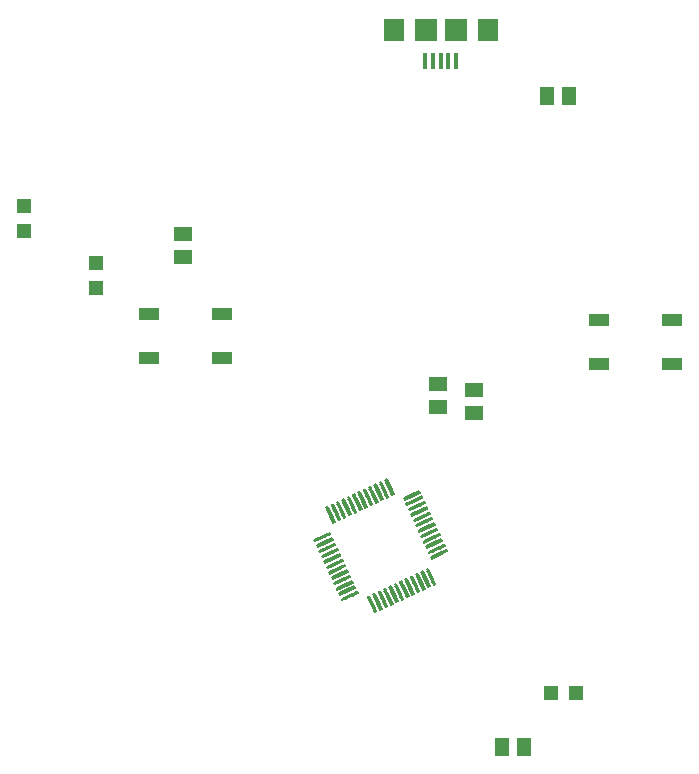
<source format=gbr>
G04 EAGLE Gerber RS-274X export*
G75*
%MOMM*%
%FSLAX34Y34*%
%LPD*%
%INSolderpaste Top*%
%IPPOS*%
%AMOC8*
5,1,8,0,0,1.08239X$1,22.5*%
G01*
%ADD10R,1.500000X1.300000*%
%ADD11R,1.300000X1.500000*%
%ADD12R,0.350000X1.400000*%
%ADD13R,1.800000X1.900000*%
%ADD14R,1.900000X1.900000*%
%ADD15R,1.200000X1.200000*%
%ADD16R,1.600000X1.300000*%
%ADD17R,1.300000X1.600000*%
%ADD18R,1.800000X1.100000*%
%ADD19C,0.140000*%


D10*
X406400Y390500D03*
X406400Y371500D03*
X375920Y395580D03*
X375920Y376580D03*
D11*
X429920Y88900D03*
X448920Y88900D03*
D12*
X391460Y669460D03*
X365460Y669460D03*
X384960Y669460D03*
X378460Y669460D03*
X371960Y669460D03*
D13*
X418460Y695960D03*
X338460Y695960D03*
D14*
X391160Y695960D03*
X365760Y695960D03*
D15*
X25400Y525440D03*
X25400Y546440D03*
D16*
X160020Y503580D03*
X160020Y522580D03*
D17*
X468020Y640080D03*
X487020Y640080D03*
D18*
X131560Y455380D03*
X193560Y455380D03*
X131560Y418380D03*
X193560Y418380D03*
X512560Y450300D03*
X574560Y450300D03*
X512560Y413300D03*
X574560Y413300D03*
D19*
X338553Y302448D02*
X337284Y301856D01*
X331283Y314724D01*
X332552Y315316D01*
X338553Y302448D01*
X338209Y303186D02*
X336664Y303186D01*
X336044Y304516D02*
X337589Y304516D01*
X336968Y305846D02*
X335423Y305846D01*
X334803Y307176D02*
X336348Y307176D01*
X335728Y308506D02*
X334183Y308506D01*
X333563Y309836D02*
X335108Y309836D01*
X334487Y311166D02*
X332942Y311166D01*
X332322Y312496D02*
X333867Y312496D01*
X333247Y313826D02*
X331702Y313826D01*
X332209Y315156D02*
X332627Y315156D01*
X334021Y300335D02*
X332752Y299743D01*
X326751Y312611D01*
X328020Y313203D01*
X334021Y300335D01*
X333677Y301073D02*
X332132Y301073D01*
X331512Y302403D02*
X333057Y302403D01*
X332436Y303733D02*
X330891Y303733D01*
X330271Y305063D02*
X331816Y305063D01*
X331196Y306393D02*
X329651Y306393D01*
X329031Y307723D02*
X330576Y307723D01*
X329955Y309053D02*
X328410Y309053D01*
X327790Y310383D02*
X329335Y310383D01*
X328715Y311713D02*
X327170Y311713D01*
X327677Y313043D02*
X328095Y313043D01*
X329490Y298221D02*
X328221Y297629D01*
X322220Y310497D01*
X323489Y311089D01*
X329490Y298221D01*
X329146Y298959D02*
X327601Y298959D01*
X326981Y300289D02*
X328526Y300289D01*
X327905Y301619D02*
X326360Y301619D01*
X325740Y302949D02*
X327285Y302949D01*
X326665Y304279D02*
X325120Y304279D01*
X324500Y305609D02*
X326045Y305609D01*
X325424Y306939D02*
X323879Y306939D01*
X323259Y308269D02*
X324804Y308269D01*
X324184Y309599D02*
X322639Y309599D01*
X323146Y310929D02*
X323564Y310929D01*
X324958Y296108D02*
X323689Y295516D01*
X317688Y308384D01*
X318957Y308976D01*
X324958Y296108D01*
X324614Y296846D02*
X323069Y296846D01*
X322449Y298176D02*
X323994Y298176D01*
X323373Y299506D02*
X321828Y299506D01*
X321208Y300836D02*
X322753Y300836D01*
X322133Y302166D02*
X320588Y302166D01*
X319968Y303496D02*
X321513Y303496D01*
X320892Y304826D02*
X319347Y304826D01*
X318727Y306156D02*
X320272Y306156D01*
X319652Y307486D02*
X318107Y307486D01*
X318614Y308816D02*
X319032Y308816D01*
X320427Y293995D02*
X319158Y293403D01*
X313157Y306271D01*
X314426Y306863D01*
X320427Y293995D01*
X320083Y294733D02*
X318538Y294733D01*
X317918Y296063D02*
X319463Y296063D01*
X318842Y297393D02*
X317297Y297393D01*
X316677Y298723D02*
X318222Y298723D01*
X317602Y300053D02*
X316057Y300053D01*
X315437Y301383D02*
X316982Y301383D01*
X316361Y302713D02*
X314816Y302713D01*
X314196Y304043D02*
X315741Y304043D01*
X315121Y305373D02*
X313576Y305373D01*
X314083Y306703D02*
X314501Y306703D01*
X315895Y291882D02*
X314626Y291290D01*
X308625Y304158D01*
X309894Y304750D01*
X315895Y291882D01*
X315551Y292620D02*
X314006Y292620D01*
X313386Y293950D02*
X314931Y293950D01*
X314310Y295280D02*
X312765Y295280D01*
X312145Y296610D02*
X313690Y296610D01*
X313070Y297940D02*
X311525Y297940D01*
X310905Y299270D02*
X312450Y299270D01*
X311829Y300600D02*
X310284Y300600D01*
X309664Y301930D02*
X311209Y301930D01*
X310589Y303260D02*
X309044Y303260D01*
X309551Y304590D02*
X309969Y304590D01*
X311364Y289769D02*
X310095Y289177D01*
X304094Y302045D01*
X305363Y302637D01*
X311364Y289769D01*
X311020Y290507D02*
X309475Y290507D01*
X308855Y291837D02*
X310400Y291837D01*
X309779Y293167D02*
X308234Y293167D01*
X307614Y294497D02*
X309159Y294497D01*
X308539Y295827D02*
X306994Y295827D01*
X306374Y297157D02*
X307919Y297157D01*
X307298Y298487D02*
X305753Y298487D01*
X305133Y299817D02*
X306678Y299817D01*
X306058Y301147D02*
X304513Y301147D01*
X305020Y302477D02*
X305438Y302477D01*
X306832Y287656D02*
X305563Y287064D01*
X299562Y299932D01*
X300831Y300524D01*
X306832Y287656D01*
X306488Y288394D02*
X304943Y288394D01*
X304323Y289724D02*
X305868Y289724D01*
X305247Y291054D02*
X303702Y291054D01*
X303082Y292384D02*
X304627Y292384D01*
X304007Y293714D02*
X302462Y293714D01*
X301842Y295044D02*
X303387Y295044D01*
X302766Y296374D02*
X301221Y296374D01*
X300601Y297704D02*
X302146Y297704D01*
X301526Y299034D02*
X299981Y299034D01*
X300488Y300364D02*
X300906Y300364D01*
X302301Y285543D02*
X301032Y284951D01*
X295031Y297819D01*
X296300Y298411D01*
X302301Y285543D01*
X301957Y286281D02*
X300412Y286281D01*
X299792Y287611D02*
X301337Y287611D01*
X300716Y288941D02*
X299171Y288941D01*
X298551Y290271D02*
X300096Y290271D01*
X299476Y291601D02*
X297931Y291601D01*
X297311Y292931D02*
X298856Y292931D01*
X298235Y294261D02*
X296690Y294261D01*
X296070Y295591D02*
X297615Y295591D01*
X296995Y296921D02*
X295450Y296921D01*
X295957Y298251D02*
X296375Y298251D01*
X297769Y283430D02*
X296500Y282838D01*
X290499Y295706D01*
X291768Y296298D01*
X297769Y283430D01*
X297425Y284168D02*
X295880Y284168D01*
X295260Y285498D02*
X296805Y285498D01*
X296184Y286828D02*
X294639Y286828D01*
X294019Y288158D02*
X295564Y288158D01*
X294944Y289488D02*
X293399Y289488D01*
X292779Y290818D02*
X294324Y290818D01*
X293703Y292148D02*
X292158Y292148D01*
X291538Y293478D02*
X293083Y293478D01*
X292463Y294808D02*
X290918Y294808D01*
X291425Y296138D02*
X291843Y296138D01*
X293238Y281317D02*
X291969Y280725D01*
X285968Y293593D01*
X287237Y294185D01*
X293238Y281317D01*
X292894Y282055D02*
X291349Y282055D01*
X290729Y283385D02*
X292274Y283385D01*
X291653Y284715D02*
X290108Y284715D01*
X289488Y286045D02*
X291033Y286045D01*
X290413Y287375D02*
X288868Y287375D01*
X288248Y288705D02*
X289793Y288705D01*
X289172Y290035D02*
X287627Y290035D01*
X287007Y291365D02*
X288552Y291365D01*
X287932Y292695D02*
X286387Y292695D01*
X286894Y294025D02*
X287312Y294025D01*
X288706Y279204D02*
X287437Y278612D01*
X281436Y291480D01*
X282705Y292072D01*
X288706Y279204D01*
X288362Y279942D02*
X286817Y279942D01*
X286197Y281272D02*
X287742Y281272D01*
X287121Y282602D02*
X285576Y282602D01*
X284956Y283932D02*
X286501Y283932D01*
X285881Y285262D02*
X284336Y285262D01*
X283716Y286592D02*
X285261Y286592D01*
X284640Y287922D02*
X283095Y287922D01*
X282475Y289252D02*
X284020Y289252D01*
X283400Y290582D02*
X281855Y290582D01*
X282362Y291912D02*
X282780Y291912D01*
X271424Y263972D02*
X272016Y262703D01*
X271424Y263972D02*
X284292Y269973D01*
X284884Y268704D01*
X272016Y262703D01*
X271555Y264033D02*
X274868Y264033D01*
X274407Y265363D02*
X277720Y265363D01*
X277259Y266693D02*
X280572Y266693D01*
X280111Y268023D02*
X283424Y268023D01*
X282963Y269353D02*
X284581Y269353D01*
X273537Y259440D02*
X274129Y258171D01*
X273537Y259440D02*
X286405Y265441D01*
X286997Y264172D01*
X274129Y258171D01*
X273668Y259501D02*
X276981Y259501D01*
X276520Y260831D02*
X279833Y260831D01*
X279372Y262161D02*
X282685Y262161D01*
X282224Y263491D02*
X285537Y263491D01*
X285076Y264821D02*
X286694Y264821D01*
X275651Y254909D02*
X276243Y253640D01*
X275651Y254909D02*
X288519Y260910D01*
X289111Y259641D01*
X276243Y253640D01*
X275782Y254970D02*
X279095Y254970D01*
X278634Y256300D02*
X281947Y256300D01*
X281486Y257630D02*
X284799Y257630D01*
X284338Y258960D02*
X287651Y258960D01*
X287190Y260290D02*
X288808Y260290D01*
X277764Y250377D02*
X278356Y249108D01*
X277764Y250377D02*
X290632Y256378D01*
X291224Y255109D01*
X278356Y249108D01*
X277895Y250438D02*
X281208Y250438D01*
X280747Y251768D02*
X284060Y251768D01*
X283599Y253098D02*
X286912Y253098D01*
X286451Y254428D02*
X289764Y254428D01*
X289303Y255758D02*
X290921Y255758D01*
X279877Y245846D02*
X280469Y244577D01*
X279877Y245846D02*
X292745Y251847D01*
X293337Y250578D01*
X280469Y244577D01*
X280008Y245907D02*
X283321Y245907D01*
X282860Y247237D02*
X286173Y247237D01*
X285712Y248567D02*
X289025Y248567D01*
X288564Y249897D02*
X291877Y249897D01*
X291416Y251227D02*
X293034Y251227D01*
X281990Y241314D02*
X282582Y240045D01*
X281990Y241314D02*
X294858Y247315D01*
X295450Y246046D01*
X282582Y240045D01*
X282121Y241375D02*
X285434Y241375D01*
X284973Y242705D02*
X288286Y242705D01*
X287825Y244035D02*
X291138Y244035D01*
X290677Y245365D02*
X293990Y245365D01*
X293529Y246695D02*
X295147Y246695D01*
X284103Y236783D02*
X284695Y235514D01*
X284103Y236783D02*
X296971Y242784D01*
X297563Y241515D01*
X284695Y235514D01*
X284234Y236844D02*
X287547Y236844D01*
X287086Y238174D02*
X290399Y238174D01*
X289938Y239504D02*
X293251Y239504D01*
X292790Y240834D02*
X296103Y240834D01*
X295642Y242164D02*
X297260Y242164D01*
X286216Y232251D02*
X286808Y230982D01*
X286216Y232251D02*
X299084Y238252D01*
X299676Y236983D01*
X286808Y230982D01*
X286347Y232312D02*
X289660Y232312D01*
X289199Y233642D02*
X292512Y233642D01*
X292051Y234972D02*
X295364Y234972D01*
X294903Y236302D02*
X298216Y236302D01*
X297755Y237632D02*
X299373Y237632D01*
X288329Y227720D02*
X288921Y226451D01*
X288329Y227720D02*
X301197Y233721D01*
X301789Y232452D01*
X288921Y226451D01*
X288460Y227781D02*
X291773Y227781D01*
X291312Y229111D02*
X294625Y229111D01*
X294164Y230441D02*
X297477Y230441D01*
X297016Y231771D02*
X300329Y231771D01*
X299868Y233101D02*
X301486Y233101D01*
X290442Y223188D02*
X291034Y221919D01*
X290442Y223188D02*
X303310Y229189D01*
X303902Y227920D01*
X291034Y221919D01*
X290573Y223249D02*
X293886Y223249D01*
X293425Y224579D02*
X296738Y224579D01*
X296277Y225909D02*
X299590Y225909D01*
X299129Y227239D02*
X302442Y227239D01*
X301981Y228569D02*
X303599Y228569D01*
X292555Y218657D02*
X293147Y217388D01*
X292555Y218657D02*
X305423Y224658D01*
X306015Y223389D01*
X293147Y217388D01*
X292686Y218718D02*
X295999Y218718D01*
X295538Y220048D02*
X298851Y220048D01*
X298390Y221378D02*
X301703Y221378D01*
X301242Y222708D02*
X304555Y222708D01*
X304094Y224038D02*
X305712Y224038D01*
X294668Y214125D02*
X295260Y212856D01*
X294668Y214125D02*
X307536Y220126D01*
X308128Y218857D01*
X295260Y212856D01*
X294799Y214186D02*
X298112Y214186D01*
X297651Y215516D02*
X300964Y215516D01*
X300503Y216846D02*
X303816Y216846D01*
X303355Y218176D02*
X306668Y218176D01*
X306207Y219506D02*
X307825Y219506D01*
X322768Y202844D02*
X324037Y203436D01*
X322768Y202844D02*
X316767Y215712D01*
X318036Y216304D01*
X324037Y203436D01*
X323693Y204174D02*
X322148Y204174D01*
X321528Y205504D02*
X323073Y205504D01*
X322452Y206834D02*
X320907Y206834D01*
X320287Y208164D02*
X321832Y208164D01*
X321212Y209494D02*
X319667Y209494D01*
X319047Y210824D02*
X320592Y210824D01*
X319971Y212154D02*
X318426Y212154D01*
X317806Y213484D02*
X319351Y213484D01*
X318731Y214814D02*
X317186Y214814D01*
X317693Y216144D02*
X318111Y216144D01*
X327300Y204957D02*
X328569Y205549D01*
X327300Y204957D02*
X321299Y217825D01*
X322568Y218417D01*
X328569Y205549D01*
X328225Y206287D02*
X326680Y206287D01*
X326060Y207617D02*
X327605Y207617D01*
X326984Y208947D02*
X325439Y208947D01*
X324819Y210277D02*
X326364Y210277D01*
X325744Y211607D02*
X324199Y211607D01*
X323579Y212937D02*
X325124Y212937D01*
X324503Y214267D02*
X322958Y214267D01*
X322338Y215597D02*
X323883Y215597D01*
X323263Y216927D02*
X321718Y216927D01*
X322225Y218257D02*
X322643Y218257D01*
X331831Y207071D02*
X333100Y207663D01*
X331831Y207071D02*
X325830Y219939D01*
X327099Y220531D01*
X333100Y207663D01*
X332756Y208401D02*
X331211Y208401D01*
X330591Y209731D02*
X332136Y209731D01*
X331515Y211061D02*
X329970Y211061D01*
X329350Y212391D02*
X330895Y212391D01*
X330275Y213721D02*
X328730Y213721D01*
X328110Y215051D02*
X329655Y215051D01*
X329034Y216381D02*
X327489Y216381D01*
X326869Y217711D02*
X328414Y217711D01*
X327794Y219041D02*
X326249Y219041D01*
X326756Y220371D02*
X327174Y220371D01*
X336363Y209184D02*
X337632Y209776D01*
X336363Y209184D02*
X330362Y222052D01*
X331631Y222644D01*
X337632Y209776D01*
X337288Y210514D02*
X335743Y210514D01*
X335123Y211844D02*
X336668Y211844D01*
X336047Y213174D02*
X334502Y213174D01*
X333882Y214504D02*
X335427Y214504D01*
X334807Y215834D02*
X333262Y215834D01*
X332642Y217164D02*
X334187Y217164D01*
X333566Y218494D02*
X332021Y218494D01*
X331401Y219824D02*
X332946Y219824D01*
X332326Y221154D02*
X330781Y221154D01*
X331288Y222484D02*
X331706Y222484D01*
X340894Y211297D02*
X342163Y211889D01*
X340894Y211297D02*
X334893Y224165D01*
X336162Y224757D01*
X342163Y211889D01*
X341819Y212627D02*
X340274Y212627D01*
X339654Y213957D02*
X341199Y213957D01*
X340578Y215287D02*
X339033Y215287D01*
X338413Y216617D02*
X339958Y216617D01*
X339338Y217947D02*
X337793Y217947D01*
X337173Y219277D02*
X338718Y219277D01*
X338097Y220607D02*
X336552Y220607D01*
X335932Y221937D02*
X337477Y221937D01*
X336857Y223267D02*
X335312Y223267D01*
X335819Y224597D02*
X336237Y224597D01*
X345426Y213410D02*
X346695Y214002D01*
X345426Y213410D02*
X339425Y226278D01*
X340694Y226870D01*
X346695Y214002D01*
X346351Y214740D02*
X344806Y214740D01*
X344186Y216070D02*
X345731Y216070D01*
X345110Y217400D02*
X343565Y217400D01*
X342945Y218730D02*
X344490Y218730D01*
X343870Y220060D02*
X342325Y220060D01*
X341705Y221390D02*
X343250Y221390D01*
X342629Y222720D02*
X341084Y222720D01*
X340464Y224050D02*
X342009Y224050D01*
X341389Y225380D02*
X339844Y225380D01*
X340351Y226710D02*
X340769Y226710D01*
X349957Y215523D02*
X351226Y216115D01*
X349957Y215523D02*
X343956Y228391D01*
X345225Y228983D01*
X351226Y216115D01*
X350882Y216853D02*
X349337Y216853D01*
X348717Y218183D02*
X350262Y218183D01*
X349641Y219513D02*
X348096Y219513D01*
X347476Y220843D02*
X349021Y220843D01*
X348401Y222173D02*
X346856Y222173D01*
X346236Y223503D02*
X347781Y223503D01*
X347160Y224833D02*
X345615Y224833D01*
X344995Y226163D02*
X346540Y226163D01*
X345920Y227493D02*
X344375Y227493D01*
X344882Y228823D02*
X345300Y228823D01*
X354489Y217636D02*
X355758Y218228D01*
X354489Y217636D02*
X348488Y230504D01*
X349757Y231096D01*
X355758Y218228D01*
X355414Y218966D02*
X353869Y218966D01*
X353249Y220296D02*
X354794Y220296D01*
X354173Y221626D02*
X352628Y221626D01*
X352008Y222956D02*
X353553Y222956D01*
X352933Y224286D02*
X351388Y224286D01*
X350768Y225616D02*
X352313Y225616D01*
X351692Y226946D02*
X350147Y226946D01*
X349527Y228276D02*
X351072Y228276D01*
X350452Y229606D02*
X348907Y229606D01*
X349414Y230936D02*
X349832Y230936D01*
X359020Y219749D02*
X360289Y220341D01*
X359020Y219749D02*
X353019Y232617D01*
X354288Y233209D01*
X360289Y220341D01*
X359945Y221079D02*
X358400Y221079D01*
X357780Y222409D02*
X359325Y222409D01*
X358704Y223739D02*
X357159Y223739D01*
X356539Y225069D02*
X358084Y225069D01*
X357464Y226399D02*
X355919Y226399D01*
X355299Y227729D02*
X356844Y227729D01*
X356223Y229059D02*
X354678Y229059D01*
X354058Y230389D02*
X355603Y230389D01*
X354983Y231719D02*
X353438Y231719D01*
X353945Y233049D02*
X354363Y233049D01*
X363552Y221862D02*
X364821Y222454D01*
X363552Y221862D02*
X357551Y234730D01*
X358820Y235322D01*
X364821Y222454D01*
X364477Y223192D02*
X362932Y223192D01*
X362312Y224522D02*
X363857Y224522D01*
X363236Y225852D02*
X361691Y225852D01*
X361071Y227182D02*
X362616Y227182D01*
X361996Y228512D02*
X360451Y228512D01*
X359831Y229842D02*
X361376Y229842D01*
X360755Y231172D02*
X359210Y231172D01*
X358590Y232502D02*
X360135Y232502D01*
X359515Y233832D02*
X357970Y233832D01*
X358477Y235162D02*
X358895Y235162D01*
X368083Y223975D02*
X369352Y224567D01*
X368083Y223975D02*
X362082Y236843D01*
X363351Y237435D01*
X369352Y224567D01*
X369008Y225305D02*
X367463Y225305D01*
X366843Y226635D02*
X368388Y226635D01*
X367767Y227965D02*
X366222Y227965D01*
X365602Y229295D02*
X367147Y229295D01*
X366527Y230625D02*
X364982Y230625D01*
X364362Y231955D02*
X365907Y231955D01*
X365286Y233285D02*
X363741Y233285D01*
X363121Y234615D02*
X364666Y234615D01*
X364046Y235945D02*
X362501Y235945D01*
X363008Y237275D02*
X363426Y237275D01*
X372615Y226088D02*
X373884Y226680D01*
X372615Y226088D02*
X366614Y238956D01*
X367883Y239548D01*
X373884Y226680D01*
X373540Y227418D02*
X371995Y227418D01*
X371375Y228748D02*
X372920Y228748D01*
X372299Y230078D02*
X370754Y230078D01*
X370134Y231408D02*
X371679Y231408D01*
X371059Y232738D02*
X369514Y232738D01*
X368894Y234068D02*
X370439Y234068D01*
X369818Y235398D02*
X368273Y235398D01*
X367653Y236728D02*
X369198Y236728D01*
X368578Y238058D02*
X367033Y238058D01*
X367540Y239388D02*
X367958Y239388D01*
X371028Y248187D02*
X370436Y249456D01*
X383304Y255457D01*
X383896Y254188D01*
X371028Y248187D01*
X370567Y249517D02*
X373880Y249517D01*
X373419Y250847D02*
X376732Y250847D01*
X376271Y252177D02*
X379584Y252177D01*
X379123Y253507D02*
X382436Y253507D01*
X381975Y254837D02*
X383593Y254837D01*
X368915Y252719D02*
X368323Y253988D01*
X381191Y259989D01*
X381783Y258720D01*
X368915Y252719D01*
X368454Y254049D02*
X371767Y254049D01*
X371306Y255379D02*
X374619Y255379D01*
X374158Y256709D02*
X377471Y256709D01*
X377010Y258039D02*
X380323Y258039D01*
X379862Y259369D02*
X381480Y259369D01*
X366801Y257250D02*
X366209Y258519D01*
X379077Y264520D01*
X379669Y263251D01*
X366801Y257250D01*
X366340Y258580D02*
X369653Y258580D01*
X369192Y259910D02*
X372505Y259910D01*
X372044Y261240D02*
X375357Y261240D01*
X374896Y262570D02*
X378209Y262570D01*
X377748Y263900D02*
X379366Y263900D01*
X364688Y261782D02*
X364096Y263051D01*
X376964Y269052D01*
X377556Y267783D01*
X364688Y261782D01*
X364227Y263112D02*
X367540Y263112D01*
X367079Y264442D02*
X370392Y264442D01*
X369931Y265772D02*
X373244Y265772D01*
X372783Y267102D02*
X376096Y267102D01*
X375635Y268432D02*
X377253Y268432D01*
X362575Y266313D02*
X361983Y267582D01*
X374851Y273583D01*
X375443Y272314D01*
X362575Y266313D01*
X362114Y267643D02*
X365427Y267643D01*
X364966Y268973D02*
X368279Y268973D01*
X367818Y270303D02*
X371131Y270303D01*
X370670Y271633D02*
X373983Y271633D01*
X373522Y272963D02*
X375140Y272963D01*
X360462Y270845D02*
X359870Y272114D01*
X372738Y278115D01*
X373330Y276846D01*
X360462Y270845D01*
X360001Y272175D02*
X363314Y272175D01*
X362853Y273505D02*
X366166Y273505D01*
X365705Y274835D02*
X369018Y274835D01*
X368557Y276165D02*
X371870Y276165D01*
X371409Y277495D02*
X373027Y277495D01*
X358349Y275376D02*
X357757Y276645D01*
X370625Y282646D01*
X371217Y281377D01*
X358349Y275376D01*
X357888Y276706D02*
X361201Y276706D01*
X360740Y278036D02*
X364053Y278036D01*
X363592Y279366D02*
X366905Y279366D01*
X366444Y280696D02*
X369757Y280696D01*
X369296Y282026D02*
X370914Y282026D01*
X356236Y279908D02*
X355644Y281177D01*
X368512Y287178D01*
X369104Y285909D01*
X356236Y279908D01*
X355775Y281238D02*
X359088Y281238D01*
X358627Y282568D02*
X361940Y282568D01*
X361479Y283898D02*
X364792Y283898D01*
X364331Y285228D02*
X367644Y285228D01*
X367183Y286558D02*
X368801Y286558D01*
X354123Y284439D02*
X353531Y285708D01*
X366399Y291709D01*
X366991Y290440D01*
X354123Y284439D01*
X353662Y285769D02*
X356975Y285769D01*
X356514Y287099D02*
X359827Y287099D01*
X359366Y288429D02*
X362679Y288429D01*
X362218Y289759D02*
X365531Y289759D01*
X365070Y291089D02*
X366688Y291089D01*
X352010Y288971D02*
X351418Y290240D01*
X364286Y296241D01*
X364878Y294972D01*
X352010Y288971D01*
X351549Y290301D02*
X354862Y290301D01*
X354401Y291631D02*
X357714Y291631D01*
X357253Y292961D02*
X360566Y292961D01*
X360105Y294291D02*
X363418Y294291D01*
X362957Y295621D02*
X364575Y295621D01*
X349897Y293502D02*
X349305Y294771D01*
X362173Y300772D01*
X362765Y299503D01*
X349897Y293502D01*
X349436Y294832D02*
X352749Y294832D01*
X352288Y296162D02*
X355601Y296162D01*
X355140Y297492D02*
X358453Y297492D01*
X357992Y298822D02*
X361305Y298822D01*
X360844Y300152D02*
X362462Y300152D01*
X347784Y298034D02*
X347192Y299303D01*
X360060Y305304D01*
X360652Y304035D01*
X347784Y298034D01*
X347323Y299364D02*
X350636Y299364D01*
X350175Y300694D02*
X353488Y300694D01*
X353027Y302024D02*
X356340Y302024D01*
X355879Y303354D02*
X359192Y303354D01*
X358731Y304684D02*
X360349Y304684D01*
D15*
X493100Y134620D03*
X472100Y134620D03*
X86360Y477180D03*
X86360Y498180D03*
M02*

</source>
